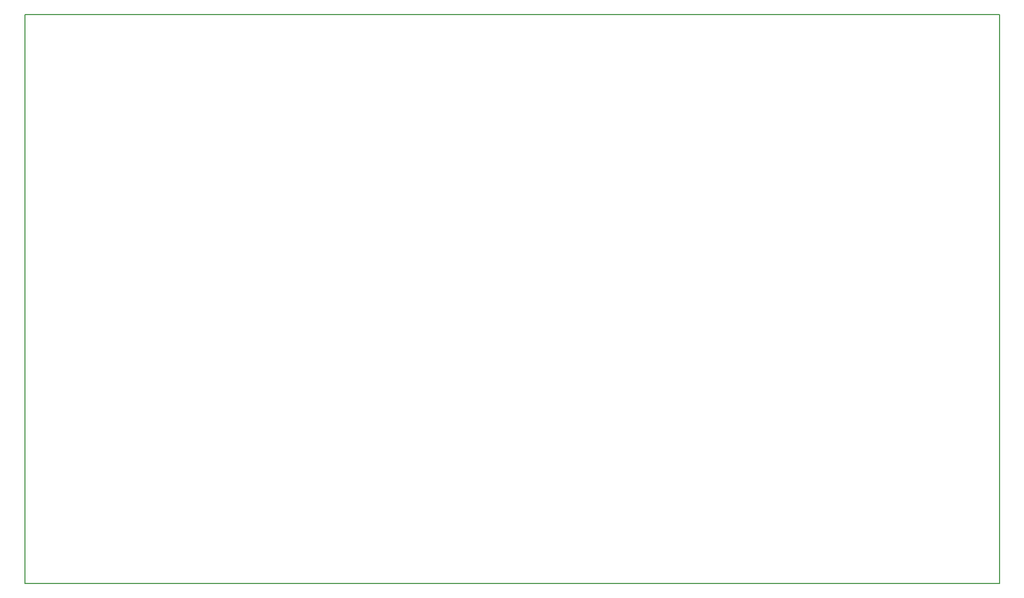
<source format=gm1>
%TF.GenerationSoftware,KiCad,Pcbnew,5.1.10*%
%TF.CreationDate,2021-11-15T11:07:25+01:00*%
%TF.ProjectId,PCB_BLDC,5043425f-424c-4444-932e-6b696361645f,V1*%
%TF.SameCoordinates,Original*%
%TF.FileFunction,Profile,NP*%
%FSLAX46Y46*%
G04 Gerber Fmt 4.6, Leading zero omitted, Abs format (unit mm)*
G04 Created by KiCad (PCBNEW 5.1.10) date 2021-11-15 11:07:25*
%MOMM*%
%LPD*%
G01*
G04 APERTURE LIST*
%TA.AperFunction,Profile*%
%ADD10C,0.150000*%
%TD*%
G04 APERTURE END LIST*
D10*
X199390000Y-60960000D02*
X199390000Y-153670000D01*
X40640000Y-153670000D02*
X40640000Y-60960000D01*
X199390000Y-153670000D02*
X40640000Y-153670000D01*
X40640000Y-60960000D02*
X199390000Y-60960000D01*
M02*

</source>
